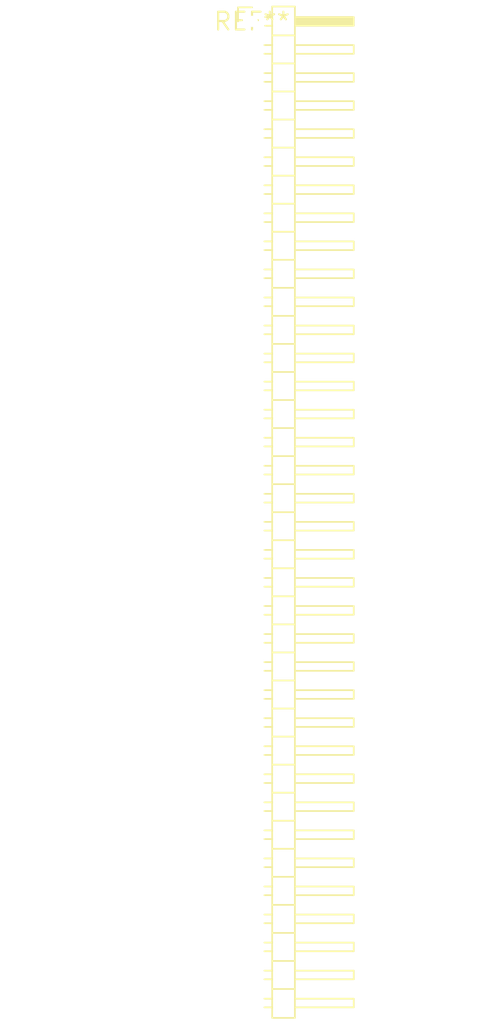
<source format=kicad_pcb>
(kicad_pcb (version 20240108) (generator pcbnew)
  (layers (0 "F.Cu" signal) (31 "B.Cu" signal) (34 "B.Paste" user) (35 "F.Paste" user) (36 "B.SilkS" user "B.Silkscreen") (37 "F.SilkS" user "F.Silkscreen") (38 "B.Mask" user) (39 "F.Mask" user) (44 "Edge.Cuts" user))
  (net 0 "")
  (footprint "PinHeader_1x36_P2.00mm_Horizontal" (layer "F.Cu") (at 0 0)
    (property "Reference" "REF**")
    (property "Value" "PinHeader_1x36_P2.00mm_Horizontal")
    (fp_line (start -1 -1) (end 0 -1) (layer "F.SilkS") (stroke (width 0.12)))
    (fp_line (start -1 0) (end -1 -1) (layer "F.SilkS") (stroke (width 0.12)))
    (fp_line (start 0.882114 1.69) (end 1.44 1.69) (layer "F.SilkS") (stroke (width 0.12)))
    (fp_line (start 0.882114 2.31) (end 1.44 2.31) (layer "F.SilkS") (stroke (width 0.12)))
    (fp_line (start 0.882114 3.69) (end 1.44 3.69) (layer "F.SilkS") (stroke (width 0.12)))
    (fp_line (start 0.882114 4.31) (end 1.44 4.31) (layer "F.SilkS") (stroke (width 0.12)))
    (fp_line (start 0.882114 5.69) (end 1.44 5.69) (layer "F.SilkS") (stroke (width 0.12)))
    (fp_line (start 0.882114 6.31) (end 1.44 6.31) (layer "F.SilkS") (stroke (width 0.12)))
    (fp_line (start 0.882114 7.69) (end 1.44 7.69) (layer "F.SilkS") (stroke (width 0.12)))
    (fp_line (start 0.882114 8.31) (end 1.44 8.31) (layer "F.SilkS") (stroke (width 0.12)))
    (fp_line (start 0.882114 9.69) (end 1.44 9.69) (layer "F.SilkS") (stroke (width 0.12)))
    (fp_line (start 0.882114 10.31) (end 1.44 10.31) (layer "F.SilkS") (stroke (width 0.12)))
    (fp_line (start 0.882114 11.69) (end 1.44 11.69) (layer "F.SilkS") (stroke (width 0.12)))
    (fp_line (start 0.882114 12.31) (end 1.44 12.31) (layer "F.SilkS") (stroke (width 0.12)))
    (fp_line (start 0.882114 13.69) (end 1.44 13.69) (layer "F.SilkS") (stroke (width 0.12)))
    (fp_line (start 0.882114 14.31) (end 1.44 14.31) (layer "F.SilkS") (stroke (width 0.12)))
    (fp_line (start 0.882114 15.69) (end 1.44 15.69) (layer "F.SilkS") (stroke (width 0.12)))
    (fp_line (start 0.882114 16.31) (end 1.44 16.31) (layer "F.SilkS") (stroke (width 0.12)))
    (fp_line (start 0.882114 17.69) (end 1.44 17.69) (layer "F.SilkS") (stroke (width 0.12)))
    (fp_line (start 0.882114 18.31) (end 1.44 18.31) (layer "F.SilkS") (stroke (width 0.12)))
    (fp_line (start 0.882114 19.69) (end 1.44 19.69) (layer "F.SilkS") (stroke (width 0.12)))
    (fp_line (start 0.882114 20.31) (end 1.44 20.31) (layer "F.SilkS") (stroke (width 0.12)))
    (fp_line (start 0.882114 21.69) (end 1.44 21.69) (layer "F.SilkS") (stroke (width 0.12)))
    (fp_line (start 0.882114 22.31) (end 1.44 22.31) (layer "F.SilkS") (stroke (width 0.12)))
    (fp_line (start 0.882114 23.69) (end 1.44 23.69) (layer "F.SilkS") (stroke (width 0.12)))
    (fp_line (start 0.882114 24.31) (end 1.44 24.31) (layer "F.SilkS") (stroke (width 0.12)))
    (fp_line (start 0.882114 25.69) (end 1.44 25.69) (layer "F.SilkS") (stroke (width 0.12)))
    (fp_line (start 0.882114 26.31) (end 1.44 26.31) (layer "F.SilkS") (stroke (width 0.12)))
    (fp_line (start 0.882114 27.69) (end 1.44 27.69) (layer "F.SilkS") (stroke (width 0.12)))
    (fp_line (start 0.882114 28.31) (end 1.44 28.31) (layer "F.SilkS") (stroke (width 0.12)))
    (fp_line (start 0.882114 29.69) (end 1.44 29.69) (layer "F.SilkS") (stroke (width 0.12)))
    (fp_line (start 0.882114 30.31) (end 1.44 30.31) (layer "F.SilkS") (stroke (width 0.12)))
    (fp_line (start 0.882114 31.69) (end 1.44 31.69) (layer "F.SilkS") (stroke (width 0.12)))
    (fp_line (start 0.882114 32.31) (end 1.44 32.31) (layer "F.SilkS") (stroke (width 0.12)))
    (fp_line (start 0.882114 33.69) (end 1.44 33.69) (layer "F.SilkS") (stroke (width 0.12)))
    (fp_line (start 0.882114 34.31) (end 1.44 34.31) (layer "F.SilkS") (stroke (width 0.12)))
    (fp_line (start 0.882114 35.69) (end 1.44 35.69) (layer "F.SilkS") (stroke (width 0.12)))
    (fp_line (start 0.882114 36.31) (end 1.44 36.31) (layer "F.SilkS") (stroke (width 0.12)))
    (fp_line (start 0.882114 37.69) (end 1.44 37.69) (layer "F.SilkS") (stroke (width 0.12)))
    (fp_line (start 0.882114 38.31) (end 1.44 38.31) (layer "F.SilkS") (stroke (width 0.12)))
    (fp_line (start 0.882114 39.69) (end 1.44 39.69) (layer "F.SilkS") (stroke (width 0.12)))
    (fp_line (start 0.882114 40.31) (end 1.44 40.31) (layer "F.SilkS") (stroke (width 0.12)))
    (fp_line (start 0.882114 41.69) (end 1.44 41.69) (layer "F.SilkS") (stroke (width 0.12)))
    (fp_line (start 0.882114 42.31) (end 1.44 42.31) (layer "F.SilkS") (stroke (width 0.12)))
    (fp_line (start 0.882114 43.69) (end 1.44 43.69) (layer "F.SilkS") (stroke (width 0.12)))
    (fp_line (start 0.882114 44.31) (end 1.44 44.31) (layer "F.SilkS") (stroke (width 0.12)))
    (fp_line (start 0.882114 45.69) (end 1.44 45.69) (layer "F.SilkS") (stroke (width 0.12)))
    (fp_line (start 0.882114 46.31) (end 1.44 46.31) (layer "F.SilkS") (stroke (width 0.12)))
    (fp_line (start 0.882114 47.69) (end 1.44 47.69) (layer "F.SilkS") (stroke (width 0.12)))
    (fp_line (start 0.882114 48.31) (end 1.44 48.31) (layer "F.SilkS") (stroke (width 0.12)))
    (fp_line (start 0.882114 49.69) (end 1.44 49.69) (layer "F.SilkS") (stroke (width 0.12)))
    (fp_line (start 0.882114 50.31) (end 1.44 50.31) (layer "F.SilkS") (stroke (width 0.12)))
    (fp_line (start 0.882114 51.69) (end 1.44 51.69) (layer "F.SilkS") (stroke (width 0.12)))
    (fp_line (start 0.882114 52.31) (end 1.44 52.31) (layer "F.SilkS") (stroke (width 0.12)))
    (fp_line (start 0.882114 53.69) (end 1.44 53.69) (layer "F.SilkS") (stroke (width 0.12)))
    (fp_line (start 0.882114 54.31) (end 1.44 54.31) (layer "F.SilkS") (stroke (width 0.12)))
    (fp_line (start 0.882114 55.69) (end 1.44 55.69) (layer "F.SilkS") (stroke (width 0.12)))
    (fp_line (start 0.882114 56.31) (end 1.44 56.31) (layer "F.SilkS") (stroke (width 0.12)))
    (fp_line (start 0.882114 57.69) (end 1.44 57.69) (layer "F.SilkS") (stroke (width 0.12)))
    (fp_line (start 0.882114 58.31) (end 1.44 58.31) (layer "F.SilkS") (stroke (width 0.12)))
    (fp_line (start 0.882114 59.69) (end 1.44 59.69) (layer "F.SilkS") (stroke (width 0.12)))
    (fp_line (start 0.882114 60.31) (end 1.44 60.31) (layer "F.SilkS") (stroke (width 0.12)))
    (fp_line (start 0.882114 61.69) (end 1.44 61.69) (layer "F.SilkS") (stroke (width 0.12)))
    (fp_line (start 0.882114 62.31) (end 1.44 62.31) (layer "F.SilkS") (stroke (width 0.12)))
    (fp_line (start 0.882114 63.69) (end 1.44 63.69) (layer "F.SilkS") (stroke (width 0.12)))
    (fp_line (start 0.882114 64.31) (end 1.44 64.31) (layer "F.SilkS") (stroke (width 0.12)))
    (fp_line (start 0.882114 65.69) (end 1.44 65.69) (layer "F.SilkS") (stroke (width 0.12)))
    (fp_line (start 0.882114 66.31) (end 1.44 66.31) (layer "F.SilkS") (stroke (width 0.12)))
    (fp_line (start 0.882114 67.69) (end 1.44 67.69) (layer "F.SilkS") (stroke (width 0.12)))
    (fp_line (start 0.882114 68.31) (end 1.44 68.31) (layer "F.SilkS") (stroke (width 0.12)))
    (fp_line (start 0.882114 69.69) (end 1.44 69.69) (layer "F.SilkS") (stroke (width 0.12)))
    (fp_line (start 0.882114 70.31) (end 1.44 70.31) (layer "F.SilkS") (stroke (width 0.12)))
    (fp_line (start 0.935 -0.31) (end 1.44 -0.31) (layer "F.SilkS") (stroke (width 0.12)))
    (fp_line (start 0.935 0.31) (end 1.44 0.31) (layer "F.SilkS") (stroke (width 0.12)))
    (fp_line (start 1.44 -1.06) (end 1.44 71.06) (layer "F.SilkS") (stroke (width 0.12)))
    (fp_line (start 1.44 1) (end 3.06 1) (layer "F.SilkS") (stroke (width 0.12)))
    (fp_line (start 1.44 3) (end 3.06 3) (layer "F.SilkS") (stroke (width 0.12)))
    (fp_line (start 1.44 5) (end 3.06 5) (layer "F.SilkS") (stroke (width 0.12)))
    (fp_line (start 1.44 7) (end 3.06 7) (layer "F.SilkS") (stroke (width 0.12)))
    (fp_line (start 1.44 9) (end 3.06 9) (layer "F.SilkS") (stroke (width 0.12)))
    (fp_line (start 1.44 11) (end 3.06 11) (layer "F.SilkS") (stroke (width 0.12)))
    (fp_line (start 1.44 13) (end 3.06 13) (layer "F.SilkS") (stroke (width 0.12)))
    (fp_line (start 1.44 15) (end 3.06 15) (layer "F.SilkS") (stroke (width 0.12)))
    (fp_line (start 1.44 17) (end 3.06 17) (layer "F.SilkS") (stroke (width 0.12)))
    (fp_line (start 1.44 19) (end 3.06 19) (layer "F.SilkS") (stroke (width 0.12)))
    (fp_line (start 1.44 21) (end 3.06 21) (layer "F.SilkS") (stroke (width 0.12)))
    (fp_line (start 1.44 23) (end 3.06 23) (layer "F.SilkS") (stroke (width 0.12)))
    (fp_line (start 1.44 25) (end 3.06 25) (layer "F.SilkS") (stroke (width 0.12)))
    (fp_line (start 1.44 27) (end 3.06 27) (layer "F.SilkS") (stroke (width 0.12)))
    (fp_line (start 1.44 29) (end 3.06 29) (layer "F.SilkS") (stroke (width 0.12)))
    (fp_line (start 1.44 31) (end 3.06 31) (layer "F.SilkS") (stroke (width 0.12)))
    (fp_line (start 1.44 33) (end 3.06 33) (layer "F.SilkS") (stroke (width 0.12)))
    (fp_line (start 1.44 35) (end 3.06 35) (layer "F.SilkS") (stroke (width 0.12)))
    (fp_line (start 1.44 37) (end 3.06 37) (layer "F.SilkS") (stroke (width 0.12)))
    (fp_line (start 1.44 39) (end 3.06 39) (layer "F.SilkS") (stroke (width 0.12)))
    (fp_line (start 1.44 41) (end 3.06 41) (layer "F.SilkS") (stroke (width 0.12)))
    (fp_line (start 1.44 43) (end 3.06 43) (layer "F.SilkS") (stroke (width 0.12)))
    (fp_line (start 1.44 45) (end 3.06 45) (layer "F.SilkS") (stroke (width 0.12)))
    (fp_line (start 1.44 47) (end 3.06 47) (layer "F.SilkS") (stroke (width 0.12)))
    (fp_line (start 1.44 49) (end 3.06 49) (layer "F.SilkS") (stroke (width 0.12)))
    (fp_line (start 1.44 51) (end 3.06 51) (layer "F.SilkS") (stroke (width 0.12)))
    (fp_line (start 1.44 53) (end 3.06 53) (layer "F.SilkS") (stroke (width 0.12)))
    (fp_line (start 1.44 55) (end 3.06 55) (layer "F.SilkS") (stroke (width 0.12)))
    (fp_line (start 1.44 57) (end 3.06 57) (layer "F.SilkS") (stroke (width 0.12)))
    (fp_line (start 1.44 59) (end 3.06 59) (layer "F.SilkS") (stroke (width 0.12)))
    (fp_line (start 1.44 61) (end 3.06 61) (layer "F.SilkS") (stroke (width 0.12)))
    (fp_line (start 1.44 63) (end 3.06 63) (layer "F.SilkS") (stroke (width 0.12)))
    (fp_line (start 1.44 65) (end 3.06 65) (layer "F.SilkS") (stroke (width 0.12)))
    (fp_line (start 1.44 67) (end 3.06 67) (layer "F.SilkS") (stroke (width 0.12)))
    (fp_line (start 1.44 69) (end 3.06 69) (layer "F.SilkS") (stroke (width 0.12)))
    (fp_line (start 1.44 71.06) (end 3.06 71.06) (layer "F.SilkS") (stroke (width 0.12)))
    (fp_line (start 3.06 -1.06) (end 1.44 -1.06) (layer "F.SilkS") (stroke (width 0.12)))
    (fp_line (start 3.06 -0.31) (end 7.26 -0.31) (layer "F.SilkS") (stroke (width 0.12)))
    (fp_line (start 3.06 -0.25) (end 7.26 -0.25) (layer "F.SilkS") (stroke (width 0.12)))
    (fp_line (start 3.06 -0.13) (end 7.26 -0.13) (layer "F.SilkS") (stroke (width 0.12)))
    (fp_line (start 3.06 -0.01) (end 7.26 -0.01) (layer "F.SilkS") (stroke (width 0.12)))
    (fp_line (start 3.06 0.11) (end 7.26 0.11) (layer "F.SilkS") (stroke (width 0.12)))
    (fp_line (start 3.06 0.23) (end 7.26 0.23) (layer "F.SilkS") (stroke (width 0.12)))
    (fp_line (start 3.06 1.69) (end 7.26 1.69) (layer "F.SilkS") (stroke (width 0.12)))
    (fp_line (start 3.06 3.69) (end 7.26 3.69) (layer "F.SilkS") (stroke (width 0.12)))
    (fp_line (start 3.06 5.69) (end 7.26 5.69) (layer "F.SilkS") (stroke (width 0.12)))
    (fp_line (start 3.06 7.69) (end 7.26 7.69) (layer "F.SilkS") (stroke (width 0.12)))
    (fp_line (start 3.06 9.69) (end 7.26 9.69) (layer "F.SilkS") (stroke (width 0.12)))
    (fp_line (start 3.06 11.69) (end 7.26 11.69) (layer "F.SilkS") (stroke (width 0.12)))
    (fp_line (start 3.06 13.69) (end 7.26 13.69) (layer "F.SilkS") (stroke (width 0.12)))
    (fp_line (start 3.06 15.69) (end 7.26 15.69) (layer "F.SilkS") (stroke (width 0.12)))
    (fp_line (start 3.06 17.69) (end 7.26 17.69) (layer "F.SilkS") (stroke (width 0.12)))
    (fp_line (start 3.06 19.69) (end 7.26 19.69) (layer "F.SilkS") (stroke (width 0.12)))
    (fp_line (start 3.06 21.69) (end 7.26 21.69) (layer "F.SilkS") (stroke (width 0.12)))
    (fp_line (start 3.06 23.69) (end 7.26 23.69) (layer "F.SilkS") (stroke (width 0.12)))
    (fp_line (start 3.06 25.69) (end 7.26 25.69) (layer "F.SilkS") (stroke (width 0.12)))
    (fp_line (start 3.06 27.69) (end 7.26 27.69) (layer "F.SilkS") (stroke (width 0.12)))
    (fp_line (start 3.06 29.69) (end 7.26 29.69) (layer "F.SilkS") (stroke (width 0.12)))
    (fp_line (start 3.06 31.69) (end 7.26 31.69) (layer "F.SilkS") (stroke (width 0.12)))
    (fp_line (start 3.06 33.69) (end 7.26 33.69) (layer "F.SilkS") (stroke (width 0.12)))
    (fp_line (start 3.06 35.69) (end 7.26 35.69) (layer "F.SilkS") (stroke (width 0.12)))
    (fp_line (start 3.06 37.69) (end 7.26 37.69) (layer "F.SilkS") (stroke (width 0.12)))
    (fp_line (start 3.06 39.69) (end 7.26 39.69) (layer "F.SilkS") (stroke (width 0.12)))
    (fp_line (start 3.06 41.69) (end 7.26 41.69) (layer "F.SilkS") (stroke (width 0.12)))
    (fp_line (start 3.06 43.69) (end 7.26 43.69) (layer "F.SilkS") (stroke (width 0.12)))
    (fp_line (start 3.06 45.69) (end 7.26 45.69) (layer "F.SilkS") (stroke (width 0.12)))
    (fp_line (start 3.06 47.69) (end 7.26 47.69) (layer "F.SilkS") (stroke (width 0.12)))
    (fp_line (start 3.06 49.69) (end 7.26 49.69) (layer "F.SilkS") (stroke (width 0.12)))
    (fp_line (start 3.06 51.69) (end 7.26 51.69) (layer "F.SilkS") (stroke (width 0.12)))
    (fp_line (start 3.06 53.69) (end 7.26 53.69) (layer "F.SilkS") (stroke (width 0.12)))
    (fp_line (start 3.06 55.69) (end 7.26 55.69) (layer "F.SilkS") (stroke (width 0.12)))
    (fp_line (start 3.06 57.69) (end 7.26 57.69) (layer "F.SilkS") (stroke (width 0.12)))
    (fp_line (start 3.06 59.69) (end 7.26 59.69) (layer "F.SilkS") (stroke (width 0.12)))
    (fp_line (start 3.06 61.69) (end 7.26 61.69) (layer "F.SilkS") (stroke (width 0.12)))
    (fp_line (start 3.06 63.69) (end 7.26 63.69) (layer "F.SilkS") (stroke (width 0.12)))
    (fp_line (start 3.06 65.69) (end 7.26 65.69) (layer "F.SilkS") (stroke (width 0.12)))
    (fp_line (start 3.06 67.69) (end 7.26 67.69) (layer "F.SilkS") (stroke (width 0.12)))
    (fp_line (start 3.06 69.69) (end 7.26 69.69) (layer "F.SilkS") (stroke (width 0.12)))
    (fp_line (start 3.06 71.06) (end 3.06 -1.06) (layer "F.SilkS") (stroke (width 0.12)))
    (fp_line (start 7.26 -0.31) (end 7.26 0.31) (layer "F.SilkS") (stroke (width 0.12)))
    (fp_line (start 7.26 0.31) (end 3.06 0.31) (layer "F.SilkS") (stroke (width 0.12)))
    (fp_line (start 7.26 1.69) (end 7.26 2.31) (layer "F.SilkS") (stroke (width 0.12)))
    (fp_line (start 7.26 2.31) (end 3.06 2.31) (layer "F.SilkS") (stroke (width 0.12)))
    (fp_line (start 7.26 3.69) (end 7.26 4.31) (layer "F.SilkS") (stroke (width 0.12)))
    (fp_line (start 7.26 4.31) (end 3.06 4.31) (layer "F.SilkS") (stroke (width 0.12)))
    (fp_line (start 7.26 5.69) (end 7.26 6.31) (layer "F.SilkS") (stroke (width 0.12)))
    (fp_line (start 7.26 6.31) (end 3.06 6.31) (layer "F.SilkS") (stroke (width 0.12)))
    (fp_line (start 7.26 7.69) (end 7.26 8.31) (layer "F.SilkS") (stroke (width 0.12)))
    (fp_line (start 7.26 8.31) (end 3.06 8.31) (layer "F.SilkS") (stroke (width 0.12)))
    (fp_line (start 7.26 9.69) (end 7.26 10.31) (layer "F.SilkS") (stroke (width 0.12)))
    (fp_line (start 7.26 10.31) (end 3.06 10.31) (layer "F.SilkS") (stroke (width 0.12)))
    (fp_line (start 7.26 11.69) (end 7.26 12.31) (layer "F.SilkS") (stroke (width 0.12)))
    (fp_line (start 7.26 12.31) (end 3.06 12.31) (layer "F.SilkS") (stroke (width 0.12)))
    (fp_line (start 7.26 13.69) (end 7.26 14.31) (layer "F.SilkS") (stroke (width 0.12)))
    (fp_line (start 7.26 14.31) (end 3.06 14.31) (layer "F.SilkS") (stroke (width 0.12)))
    (fp_line (start 7.26 15.69) (end 7.26 16.31) (layer "F.SilkS") (stroke (width 0.12)))
    (fp_line (start 7.26 16.31) (end 3.06 16.31) (layer "F.SilkS") (stroke (width 0.12)))
    (fp_line (start 7.26 17.69) (end 7.26 18.31) (layer "F.SilkS") (stroke (width 0.12)))
    (fp_line (start 7.26 18.31) (end 3.06 18.31) (layer "F.SilkS") (stroke (width 0.12)))
    (fp_line (start 7.26 19.69) (end 7.26 20.31) (layer "F.SilkS") (stroke (width 0.12)))
    (fp_line (start 7.26 20.31) (end 3.06 20.31) (layer "F.SilkS") (stroke (width 0.12)))
    (fp_line (start 7.26 21.69) (end 7.26 22.31) (layer "F.SilkS") (stroke (width 0.12)))
    (fp_line (start 7.26 22.31) (end 3.06 22.31) (layer "F.SilkS") (stroke (width 0.12)))
    (fp_line (start 7.26 23.69) (end 7.26 24.31) (layer "F.SilkS") (stroke (width 0.12)))
    (fp_line (start 7.26 24.31) (end 3.06 24.31) (layer "F.SilkS") (stroke (width 0.12)))
    (fp_line (start 7.26 25.69) (end 7.26 26.31) (layer "F.SilkS") (stroke (width 0.12)))
    (fp_line (start 7.26 26.31) (end 3.06 26.31) (layer "F.SilkS") (stroke (width 0.12)))
    (fp_line (start 7.26 27.69) (end 7.26 28.31) (layer "F.SilkS") (stroke (width 0.12)))
    (fp_line (start 7.26 28.31) (end 3.06 28.31) (layer "F.SilkS") (stroke (width 0.12)))
    (fp_line (start 7.26 29.69) (end 7.26 30.31) (layer "F.SilkS") (stroke (width 0.12)))
    (fp_line (start 7.26 30.31) (end 3.06 30.31) (layer "F.SilkS") (stroke (width 0.12)))
    (fp_line (start 7.26 31.69) (end 7.26 32.31) (layer "F.SilkS") (stroke (width 0.12)))
    (fp_line (start 7.26 32.31) (end 3.06 32.31) (layer "F.SilkS") (stroke (width 0.12)))
    (fp_line (start 7.26 33.69) (end 7.26 34.31) (layer "F.SilkS") (stroke (width 0.12)))
    (fp_line (start 7.26 34.31) (end 3.06 34.31) (layer "F.SilkS") (stroke (width 0.12)))
    (fp_line (start 7.26 35.69) (end 7.26 36.31) (layer "F.SilkS") (stroke (width 0.12)))
    (fp_line (start 7.26 36.31) (end 3.06 36.31) (layer "F.SilkS") (stroke (width 0.12)))
    (fp_line (start 7.26 37.69) (end 7.26 38.31) (layer "F.SilkS") (stroke (width 0.12)))
    (fp_line (start 7.26 38.31) (end 3.06 38.31) (layer "F.SilkS") (stroke (width 0.12)))
    (fp_line (start 7.26 39.69) (end 7.26 40.31) (layer "F.SilkS") (stroke (width 0.12)))
    (fp_line (start 7.26 40.31) (end 3.06 40.31) (layer "F.SilkS") (stroke (width 0.12)))
    (fp_line (start 7.26 41.69) (end 7.26 42.31) (layer "F.SilkS") (stroke (width 0.12)))
    (fp_line (start 7.26 42.31) (end 3.06 42.31) (layer "F.SilkS") (stroke (width 0.12)))
    (fp_line (start 7.26 43.69) (end 7.26 44.31) (layer "F.SilkS") (stroke (width 0.12)))
    (fp_line (start 7.26 44.31) (end 3.06 44.31) (layer "F.SilkS") (stroke (width 0.12)))
    (fp_line (start 7.26 45.69) (end 7.26 46.31) (layer "F.SilkS") (stroke (width 0.12)))
    (fp_line (start 7.26 46.31) (end 3.06 46.31) (layer "F.SilkS") (stroke (width 0.12)))
    (fp_line (start 7.26 47.69) (end 7.26 48.31) (layer "F.SilkS") (stroke (width 0.12)))
    (fp_line (start 7.26 48.31) (end 3.06 48.31) (layer "F.SilkS") (stroke (width 0.12)))
    (fp_line (start 7.26 49.69) (end 7.26 50.31) (layer "F.SilkS") (stroke (width 0.12)))
    (fp_line (start 7.26 50.31) (end 3.06 50.31) (layer "F.SilkS") (stroke (width 0.12)))
    (fp_line (start 7.26 51.69) (end 7.26 52.31) (layer "F.SilkS") (stroke (width 0.12)))
    (fp_line (start 7.26 52.31) (end 3.06 52.31) (layer "F.SilkS") (stroke (width 0.12)))
    (fp_line (start 7.26 53.69) (end 7.26 54.31) (layer "F.SilkS") (stroke (width 0.12)))
    (fp_line (start 7.26 54.31) (end 3.06 54.31) (layer "F.SilkS") (stroke (width 0.12)))
    (fp_line (start 7.26 55.69) (end 7.26 56.31) (layer "F.SilkS") (stroke (width 0.12)))
    (fp_line (start 7.26 56.31) (end 3.06 56.31) (layer "F.SilkS") (stroke (width 0.12)))
    (fp_line (start 7.26 57.69) (end 7.26 58.31) (layer "F.SilkS") (stroke (width 0.12)))
    (fp_line (start 7.26 58.31) (end 3.06 58.31) (layer "F.SilkS") (stroke (width 0.12)))
    (fp_line (start 7.26 59.69) (end 7.26 60.31) (layer "F.SilkS") (stroke (width 0.12)))
    (fp_line (start 7.26 60.31) (end 3.06 60.31) (layer "F.SilkS") (stroke (width 0.12)))
    (fp_line (start 7.26 61.69) (end 7.26 62.31) (layer "F.SilkS") (stroke (width 0.12)))
    (fp_line (start 7.26 62.31) (end 3.06 62.31) (layer "F.SilkS") (stroke (width 0.12)))
    (fp_line (start 7.26 63.69) (end 7.26 64.31) (layer "F.SilkS") (stroke (width 0.12)))
    (fp_line (start 7.26 64.31) (end 3.06 64.31) (layer "F.SilkS") (stroke (width 0.12)))
    (fp_line (start 7.26 65.69) (end 7.26 66.31) (layer "F.SilkS") (stroke (width 0.12)))
    (fp_line (start 7.26 66.31) (end 3.06 66.31) (layer "F.SilkS") (stroke (width 0.12)))
    (fp_line (start 7.26 67.69) (end 7.26 68.31) (layer "F.SilkS") (stroke (width 0.12)))
    (fp_line (start 7.26 68.31) (end 3.06 68.31) (layer "F.SilkS") (stroke (width 0.12)))
    (fp_line (start 7.26 69.69) (end 7.26 70.31) (layer "F.SilkS") (stroke (width 0.12)))
    (fp_line (start 7.26 70.31) (end 3.06 70.31) (layer "F.SilkS") (stroke (width 0.12)))
    (pad "1" thru_hole rect (at 0 0) (size 1.35 1.35) (drill 0.8) (layers *.Cu *.Mask) (remove_unused_layers))
    (pad "2" thru_hole oval (at 0 2) (size 1.35 1.35) (drill 0.8) (layers *.Cu *.Mask) (remove_unused_layers))
    (pad "3" thru_hole oval (at 0 4) (size 1.35 1.35) (drill 0.8) (layers *.Cu *.Mask) (remove_unused_layers))
    (pad "4" thru_hole oval (at 0 6) (size 1.35 1.35) (drill 0.8) (layers *.Cu *.Mask) (remove_unused_layers))
    (pad "5" thru_hole oval (at 0 8) (size 1.35 1.35) (drill 0.8) (layers *.Cu *.Mask) (remove_unused_layers))
    (pad "6" thru_hole oval (at 0 10) (size 1.35 1.35) (drill 0.8) (layers *.Cu *.Mask) (remove_unused_layers))
    (pad "7" thru_hole oval (at 0 12) (size 1.35 1.35) (drill 0.8) (layers *.Cu *.Mask) (remove_unused_layers))
    (pad "8" thru_hole oval (at 0 14) (size 1.35 1.35) (drill 0.8) (layers *.Cu *.Mask) (remove_unused_layers))
    (pad "9" thru_hole oval (at 0 16) (size 1.35 1.35) (drill 0.8) (layers *.Cu *.Mask) (remove_unused_layers))
    (pad "10" thru_hole oval (at 0 18) (size 1.35 1.35) (drill 0.8) (layers *.Cu *.Mask) (remove_unused_layers))
    (pad "11" thru_hole oval (at 0 20) (size 1.35 1.35) (drill 0.8) (layers *.Cu *.Mask) (remove_unused_layers))
    (pad "12" thru_hole oval (at 0 22) (size 1.35 1.35) (drill 0.8) (layers *.Cu *.Mask) (remove_unused_layers))
    (pad "13" thru_hole oval (at 0 24) (size 1.35 1.35) (drill 0.8) (layers *.Cu *.Mask) (remove_unused_layers))
    (pad "14" thru_hole oval (at 0 26) (size 1.35 1.35) (drill 0.8) (layers *.Cu *.Mask) (remove_unused_layers))
    (pad "15" thru_hole oval (at 0 28) (size 1.35 1.35) (drill 0.8) (layers *.Cu *.Mask) (remove_unused_layers))
    (pad "16" thru_hole oval (at 0 30) (size 1.35 1.35) (drill 0.8) (layers *.Cu *.Mask) (remove_unused_layers))
    (pad "17" thru_hole oval (at 0 32) (size 1.35 1.35) (drill 0.8) (layers *.Cu *.Mask) (remove_unused_layers))
    (pad "18" thru_hole oval (at 0 34) (size 1.35 1.35) (drill 0.8) (layers *.Cu *.Mask) (remove_unused_layers))
    (pad "19" thru_hole oval (at 0 36) (size 1.35 1.35) (drill 0.8) (layers *.Cu *.Mask) (remove_unused_layers))
    (pad "20" thru_hole oval (at 0 38) (size 1.35 1.35) (drill 0.8) (layers *.Cu *.Mask) (remove_unused_layers))
    (pad "21" thru_hole oval (at 0 40) (size 1.35 1.35) (drill 0.8) (layers *.Cu *.Mask) (remove_unused_layers))
    (pad "22" thru_hole oval (at 0 42) (size 1.35 1.35) (drill 0.8) (layers *.Cu *.Mask) (remove_unused_layers))
    (pad "23" thru_hole oval (at 0 44) (size 1.35 1.35) (drill 0.8) (layers *.Cu *.Mask) (remove_unused_layers))
    (pad "24" thru_hole oval (at 0 46) (size 1.35 1.35) (drill 0.8) (layers *.Cu *.Mask) (remove_unused_layers))
    (pad "25" thru_hole oval (at 0 48) (size 1.35 1.35) (drill 0.8) (layers *.Cu *.Mask) (remove_unused_layers))
    (pad "26" thru_hole oval (at 0 50) (size 1.35 1.35) (drill 0.8) (layers *.Cu *.Mask) (remove_unused_layers))
    (pad "27" thru_hole oval (at 0 52) (size 1.35 1.35) (drill 0.8) (layers *.Cu *.Mask) (remove_unused_layers))
    (pad "28" thru_hole oval (at 0 54) (size 1.35 1.35) (drill 0.8) (layers *.Cu *.Mask) (remove_unused_layers))
    (pad "29" thru_hole oval (at 0 56) (size 1.35 1.35) (drill 0.8) (layers *.Cu *.Mask) (remove_unused_layers))
    (pad "30" thru_hole oval (at 0 58) (size 1.35 1.35) (drill 0.8) (layers *.Cu *.Mask) (remove_unused_layers))
    (pad "31" thru_hole oval (at 0 60) (size 1.35 1.35) (drill 0.8) (layers *.Cu *.Mask) (remove_unused_layers))
    (pad "32" thru_hole oval (at 0 62) (size 1.35 1.35) (drill 0.8) (layers *.Cu *.Mask) (remove_unused_layers))
    (pad "33" thru_hole oval (at 0 64) (size 1.35 1.35) (drill 0.8) (layers *.Cu *.Mask) (remove_unused_layers))
    (pad "34" thru_hole oval (at 0 66) (size 1.35 1.35) (drill 0.8) (layers *.Cu *.Mask) (remove_unused_layers))
    (pad "35" thru_hole oval (at 0 68) (size 1.35 1.35) (drill 0.8) (layers *.Cu *.Mask) (remove_unused_layers))
    (pad "36" thru_hole oval (at 0 70) (size 1.35 1.35) (drill 0.8) (layers *.Cu *.Mask) (remove_unused_layers))
  )
)
</source>
